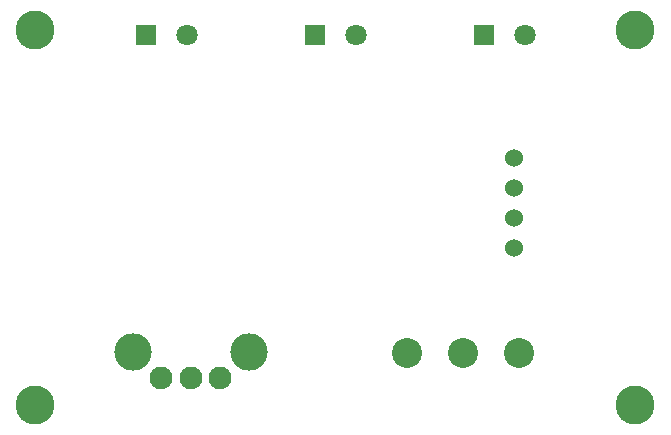
<source format=gbs>
G04 #@! TF.FileFunction,Soldermask,Bot*
%FSLAX46Y46*%
G04 Gerber Fmt 4.6, Leading zero omitted, Abs format (unit mm)*
G04 Created by KiCad (PCBNEW 4.0.7-e2-6376~58~ubuntu16.04.1) date Mon Aug 27 17:30:18 2018*
%MOMM*%
%LPD*%
G01*
G04 APERTURE LIST*
%ADD10C,0.150000*%
%ADD11C,1.930400*%
%ADD12C,3.175000*%
%ADD13C,2.540000*%
%ADD14C,3.302000*%
%ADD15C,1.524000*%
%ADD16R,1.800000X1.800000*%
%ADD17C,1.800000*%
G04 APERTURE END LIST*
D10*
D11*
X39220140Y-58039000D03*
X41719500Y-58039000D03*
X44218860Y-58039000D03*
D12*
X36817300Y-55839360D03*
X46621700Y-55839360D03*
D13*
X60020200Y-55880000D03*
X64770000Y-55880000D03*
X69519800Y-55880000D03*
D14*
X28575000Y-60325000D03*
X79375000Y-28575000D03*
X28575000Y-28575000D03*
D15*
X69088000Y-46990000D03*
X69088000Y-44450000D03*
X69088000Y-41910000D03*
X69088000Y-39370000D03*
D14*
X79375000Y-60325000D03*
D16*
X66512440Y-28956000D03*
D17*
X70012560Y-28956000D03*
D16*
X52224940Y-28956000D03*
D17*
X55725060Y-28956000D03*
D16*
X37937440Y-28956000D03*
D17*
X41437560Y-28956000D03*
M02*

</source>
